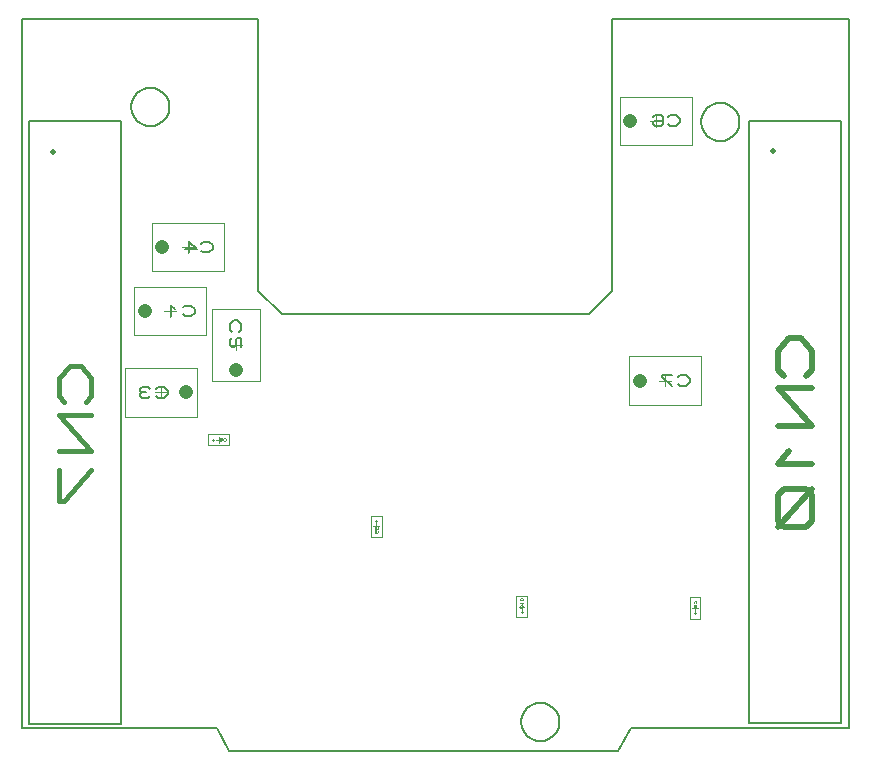
<source format=gbr>
G04 PROTEUS GERBER X2 FILE*
%TF.GenerationSoftware,Labcenter,Proteus,8.12-SP2-Build31155*%
%TF.CreationDate,2022-12-03T19:28:30+00:00*%
%TF.FileFunction,AssemblyDrawing,Bot*%
%TF.FilePolarity,Positive*%
%TF.Part,Single*%
%TF.SameCoordinates,{ab386329-c5d6-4b76-aca3-cb6d5b16447b}*%
%FSLAX45Y45*%
%MOMM*%
G01*
%TA.AperFunction,Profile*%
%ADD20C,0.203200*%
%TA.AperFunction,Material*%
%ADD26C,0.203200*%
%ADD27C,0.508000*%
%ADD59C,0.461430*%
%ADD60C,0.473190*%
%ADD56C,0.050000*%
%ADD61C,0.243840*%
%ADD62C,0.034990*%
%ADD63C,1.165860*%
%ADD64C,0.147960*%
%TD.AperFunction*%
D20*
X+0Y+0D02*
X+1650000Y+0D01*
X+7000000Y+0D02*
X+7000000Y+6000000D01*
X+5000000Y+6000000D01*
X+5000000Y+3700000D01*
X+4800000Y+3500000D01*
X+2200000Y+3500000D01*
X+2000000Y+3700000D02*
X+2000000Y+6000000D01*
X+0Y+6000000D01*
X+0Y+0D01*
X+2000000Y+3700000D02*
X+2200000Y+3500000D01*
X+5160000Y+0D02*
X+7000000Y+0D01*
X+1750000Y-200000D02*
X+5050000Y-200000D01*
X+1650000Y+0D02*
X+1750000Y-200000D01*
X+5160000Y+0D02*
X+5050000Y-200000D01*
X+4550045Y+50000D02*
X+4549508Y+63142D01*
X+4545144Y+89427D01*
X+4536029Y+115712D01*
X+4521182Y+141997D01*
X+4498470Y+168118D01*
X+4472185Y+187898D01*
X+4445900Y+200658D01*
X+4419615Y+208108D01*
X+4393330Y+210987D01*
X+4389000Y+211045D01*
X+4227955Y+50000D02*
X+4228492Y+63142D01*
X+4232856Y+89427D01*
X+4241971Y+115712D01*
X+4256818Y+141997D01*
X+4279530Y+168118D01*
X+4305815Y+187898D01*
X+4332100Y+200658D01*
X+4358385Y+208108D01*
X+4384670Y+210987D01*
X+4389000Y+211045D01*
X+4227955Y+50000D02*
X+4228492Y+36858D01*
X+4232856Y+10573D01*
X+4241971Y-15712D01*
X+4256818Y-41997D01*
X+4279530Y-68118D01*
X+4305815Y-87898D01*
X+4332100Y-100658D01*
X+4358385Y-108108D01*
X+4384670Y-110987D01*
X+4389000Y-111045D01*
X+4550045Y+50000D02*
X+4549508Y+36858D01*
X+4545144Y+10573D01*
X+4536029Y-15712D01*
X+4521182Y-41997D01*
X+4498470Y-68118D01*
X+4472185Y-87898D01*
X+4445900Y-100658D01*
X+4419615Y-108108D01*
X+4393330Y-110987D01*
X+4389000Y-111045D01*
X+6074045Y+5130000D02*
X+6073508Y+5143142D01*
X+6069144Y+5169427D01*
X+6060029Y+5195712D01*
X+6045182Y+5221997D01*
X+6022470Y+5248118D01*
X+5996185Y+5267898D01*
X+5969900Y+5280658D01*
X+5943615Y+5288108D01*
X+5917330Y+5290987D01*
X+5913000Y+5291045D01*
X+5751955Y+5130000D02*
X+5752492Y+5143142D01*
X+5756856Y+5169427D01*
X+5765971Y+5195712D01*
X+5780818Y+5221997D01*
X+5803530Y+5248118D01*
X+5829815Y+5267898D01*
X+5856100Y+5280658D01*
X+5882385Y+5288108D01*
X+5908670Y+5290987D01*
X+5913000Y+5291045D01*
X+5751955Y+5130000D02*
X+5752492Y+5116858D01*
X+5756856Y+5090573D01*
X+5765971Y+5064288D01*
X+5780818Y+5038003D01*
X+5803530Y+5011882D01*
X+5829815Y+4992102D01*
X+5856100Y+4979342D01*
X+5882385Y+4971892D01*
X+5908670Y+4969013D01*
X+5913000Y+4968955D01*
X+6074045Y+5130000D02*
X+6073508Y+5116858D01*
X+6069144Y+5090573D01*
X+6060029Y+5064288D01*
X+6045182Y+5038003D01*
X+6022470Y+5011882D01*
X+5996185Y+4992102D01*
X+5969900Y+4979342D01*
X+5943615Y+4971892D01*
X+5917330Y+4969013D01*
X+5913000Y+4968955D01*
X+1248045Y+5257000D02*
X+1247508Y+5270142D01*
X+1243144Y+5296427D01*
X+1234029Y+5322712D01*
X+1219182Y+5348997D01*
X+1196470Y+5375118D01*
X+1170185Y+5394898D01*
X+1143900Y+5407658D01*
X+1117615Y+5415108D01*
X+1091330Y+5417987D01*
X+1087000Y+5418045D01*
X+925955Y+5257000D02*
X+926492Y+5270142D01*
X+930856Y+5296427D01*
X+939971Y+5322712D01*
X+954818Y+5348997D01*
X+977530Y+5375118D01*
X+1003815Y+5394898D01*
X+1030100Y+5407658D01*
X+1056385Y+5415108D01*
X+1082670Y+5417987D01*
X+1087000Y+5418045D01*
X+925955Y+5257000D02*
X+926492Y+5243858D01*
X+930856Y+5217573D01*
X+939971Y+5191288D01*
X+954818Y+5165003D01*
X+977530Y+5138882D01*
X+1003815Y+5119102D01*
X+1030100Y+5106342D01*
X+1056385Y+5098892D01*
X+1082670Y+5096013D01*
X+1087000Y+5095955D01*
X+1248045Y+5257000D02*
X+1247508Y+5243858D01*
X+1243144Y+5217573D01*
X+1234029Y+5191288D01*
X+1219182Y+5165003D01*
X+1196470Y+5138882D01*
X+1170185Y+5119102D01*
X+1143900Y+5106342D01*
X+1117615Y+5098892D01*
X+1091330Y+5096013D01*
X+1087000Y+5095955D01*
D26*
X+59840Y+35840D02*
X+840160Y+35840D01*
X+840160Y+5136160D01*
X+59840Y+5136160D01*
X+59840Y+35840D01*
D27*
X+260000Y+4876000D02*
X+260000Y+4876000D01*
D59*
X+542288Y+2754691D02*
X+588432Y+2806603D01*
X+588432Y+2962339D01*
X+496144Y+3066162D01*
X+403856Y+3066162D01*
X+311568Y+2962339D01*
X+311568Y+2806603D01*
X+357712Y+2754691D01*
X+588432Y+2650867D02*
X+311568Y+2650867D01*
X+588432Y+2339396D01*
X+311568Y+2339396D01*
X+311568Y+2183661D02*
X+311568Y+1924101D01*
X+357712Y+1924101D01*
X+588432Y+2183661D01*
D26*
X+6155840Y+39840D02*
X+6936160Y+39840D01*
X+6936160Y+5140160D01*
X+6155840Y+5140160D01*
X+6155840Y+39840D01*
D27*
X+6356000Y+4880000D02*
X+6356000Y+4880000D01*
D60*
X+6640640Y+2979569D02*
X+6687960Y+3032804D01*
X+6687960Y+3192509D01*
X+6593320Y+3298978D01*
X+6498680Y+3298978D01*
X+6404040Y+3192509D01*
X+6404040Y+3032804D01*
X+6451360Y+2979569D01*
X+6687960Y+2873099D02*
X+6404040Y+2873099D01*
X+6687960Y+2553690D01*
X+6404040Y+2553690D01*
X+6498680Y+2340751D02*
X+6404040Y+2234281D01*
X+6687960Y+2234281D01*
X+6640640Y+2021341D02*
X+6451360Y+2021341D01*
X+6404040Y+1968107D01*
X+6404040Y+1755167D01*
X+6451360Y+1701932D01*
X+6640640Y+1701932D01*
X+6687960Y+1755167D01*
X+6687960Y+1968107D01*
X+6640640Y+2021341D01*
X+6687960Y+2021341D02*
X+6404040Y+1701932D01*
D56*
X+3045000Y+1795000D02*
X+3045000Y+1615000D01*
X+2955000Y+1615000D01*
X+2955000Y+1795000D01*
X+3045000Y+1795000D01*
X+2975000Y+1705000D02*
X+3025000Y+1705000D01*
X+3000000Y+1680000D02*
X+3000000Y+1730000D01*
D61*
X+3000000Y+1750000D02*
X+3000000Y+1750000D01*
D62*
X+3007000Y+1683028D02*
X+3010499Y+1686965D01*
X+3010499Y+1698776D01*
X+3003500Y+1706650D01*
X+2996501Y+1706650D01*
X+2989502Y+1698776D01*
X+2989502Y+1686965D01*
X+2993001Y+1683028D01*
X+2996501Y+1651532D02*
X+3000000Y+1655469D01*
X+3000000Y+1667280D01*
X+2996501Y+1671217D01*
X+2993001Y+1671217D01*
X+2989502Y+1667280D01*
X+2989502Y+1655469D01*
X+2993001Y+1651532D01*
X+3007000Y+1651532D01*
X+3010499Y+1655469D01*
X+3010499Y+1667280D01*
D56*
X+1100000Y+4275000D02*
X+1710000Y+4275000D01*
X+1710000Y+3865000D01*
X+1100000Y+3865000D01*
X+1100000Y+4275000D01*
X+1405000Y+4020000D02*
X+1405000Y+4120000D01*
X+1455000Y+4070000D02*
X+1355000Y+4070000D01*
D63*
X+1190000Y+4070000D02*
X+1190000Y+4070000D01*
D64*
X+1513688Y+4040407D02*
X+1530333Y+4025611D01*
X+1580270Y+4025611D01*
X+1613561Y+4055203D01*
X+1613561Y+4084796D01*
X+1580270Y+4114388D01*
X+1530333Y+4114388D01*
X+1513688Y+4099592D01*
X+1380523Y+4055203D02*
X+1480396Y+4055203D01*
X+1413814Y+4114388D01*
X+1413814Y+4025611D01*
D56*
X+5060000Y+5345000D02*
X+5670000Y+5345000D01*
X+5670000Y+4935000D01*
X+5060000Y+4935000D01*
X+5060000Y+5345000D01*
X+5365000Y+5090000D02*
X+5365000Y+5190000D01*
X+5415000Y+5140000D02*
X+5315000Y+5140000D01*
D63*
X+5150000Y+5140000D02*
X+5150000Y+5140000D01*
D64*
X+5473688Y+5110407D02*
X+5490333Y+5095611D01*
X+5540270Y+5095611D01*
X+5573561Y+5125203D01*
X+5573561Y+5154796D01*
X+5540270Y+5184388D01*
X+5490333Y+5184388D01*
X+5473688Y+5169592D01*
X+5340523Y+5169592D02*
X+5357168Y+5184388D01*
X+5407105Y+5184388D01*
X+5423751Y+5169592D01*
X+5423751Y+5110407D01*
X+5407105Y+5095611D01*
X+5357168Y+5095611D01*
X+5340523Y+5110407D01*
X+5340523Y+5125203D01*
X+5357168Y+5140000D01*
X+5423751Y+5140000D01*
D56*
X+5140000Y+3145000D02*
X+5750000Y+3145000D01*
X+5750000Y+2735000D01*
X+5140000Y+2735000D01*
X+5140000Y+3145000D01*
X+5445000Y+2890000D02*
X+5445000Y+2990000D01*
X+5495000Y+2940000D02*
X+5395000Y+2940000D01*
D63*
X+5230000Y+2940000D02*
X+5230000Y+2940000D01*
D64*
X+5553688Y+2910407D02*
X+5570333Y+2895611D01*
X+5620270Y+2895611D01*
X+5653561Y+2925203D01*
X+5653561Y+2954796D01*
X+5620270Y+2984388D01*
X+5570333Y+2984388D01*
X+5553688Y+2969592D01*
X+5503751Y+2984388D02*
X+5420523Y+2984388D01*
X+5420523Y+2969592D01*
X+5503751Y+2895611D01*
D56*
X+5655000Y+925000D02*
X+5655000Y+1105000D01*
X+5745000Y+1105000D01*
X+5745000Y+925000D01*
X+5655000Y+925000D01*
X+5725000Y+1015000D02*
X+5675000Y+1015000D01*
X+5700000Y+1040000D02*
X+5700000Y+990000D01*
D61*
X+5700000Y+970000D02*
X+5700000Y+970000D01*
D62*
X+5707000Y+1052720D02*
X+5710499Y+1056657D01*
X+5710499Y+1068468D01*
X+5703500Y+1076342D01*
X+5696501Y+1076342D01*
X+5689502Y+1068468D01*
X+5689502Y+1056657D01*
X+5693001Y+1052720D01*
X+5700000Y+1036972D02*
X+5696501Y+1040909D01*
X+5693001Y+1040909D01*
X+5689502Y+1036972D01*
X+5689502Y+1025161D01*
X+5693001Y+1021224D01*
X+5696501Y+1021224D01*
X+5700000Y+1025161D01*
X+5700000Y+1036972D01*
X+5703500Y+1040909D01*
X+5707000Y+1040909D01*
X+5710499Y+1036972D01*
X+5710499Y+1025161D01*
X+5707000Y+1021224D01*
X+5703500Y+1021224D01*
X+5700000Y+1025161D01*
D56*
X+4185000Y+935000D02*
X+4185000Y+1115000D01*
X+4275000Y+1115000D01*
X+4275000Y+935000D01*
X+4185000Y+935000D01*
X+4255000Y+1025000D02*
X+4205000Y+1025000D01*
X+4230000Y+1050000D02*
X+4230000Y+1000000D01*
D61*
X+4230000Y+980000D02*
X+4230000Y+980000D01*
D62*
X+4237000Y+1078468D02*
X+4240499Y+1082405D01*
X+4240499Y+1094216D01*
X+4233500Y+1102090D01*
X+4226501Y+1102090D01*
X+4219502Y+1094216D01*
X+4219502Y+1082405D01*
X+4223001Y+1078468D01*
X+4226501Y+1062720D02*
X+4219502Y+1054846D01*
X+4240499Y+1054846D01*
X+4237000Y+1039098D02*
X+4223001Y+1039098D01*
X+4219502Y+1035161D01*
X+4219502Y+1019413D01*
X+4223001Y+1015476D01*
X+4237000Y+1015476D01*
X+4240499Y+1019413D01*
X+4240499Y+1035161D01*
X+4237000Y+1039098D01*
X+4240499Y+1039098D02*
X+4219502Y+1015476D01*
D56*
X+950000Y+3735000D02*
X+1560000Y+3735000D01*
X+1560000Y+3325000D01*
X+950000Y+3325000D01*
X+950000Y+3735000D01*
X+1255000Y+3480000D02*
X+1255000Y+3580000D01*
X+1305000Y+3530000D02*
X+1205000Y+3530000D01*
D63*
X+1040000Y+3530000D02*
X+1040000Y+3530000D01*
D64*
X+1363688Y+3500407D02*
X+1380333Y+3485611D01*
X+1430270Y+3485611D01*
X+1463561Y+3515203D01*
X+1463561Y+3544796D01*
X+1430270Y+3574388D01*
X+1380333Y+3574388D01*
X+1363688Y+3559592D01*
X+1297105Y+3544796D02*
X+1263814Y+3574388D01*
X+1263814Y+3485611D01*
D56*
X+1605000Y+2940000D02*
X+1605000Y+3550000D01*
X+2015000Y+3550000D01*
X+2015000Y+2940000D01*
X+1605000Y+2940000D01*
X+1860000Y+3245000D02*
X+1760000Y+3245000D01*
X+1810000Y+3295000D02*
X+1810000Y+3195000D01*
D63*
X+1810000Y+3030000D02*
X+1810000Y+3030000D01*
D64*
X+1839593Y+3353688D02*
X+1854389Y+3370333D01*
X+1854389Y+3420270D01*
X+1824797Y+3453561D01*
X+1795204Y+3453561D01*
X+1765612Y+3420270D01*
X+1765612Y+3370333D01*
X+1780408Y+3353688D01*
X+1780408Y+3303751D02*
X+1765612Y+3287105D01*
X+1765612Y+3237168D01*
X+1780408Y+3220523D01*
X+1795204Y+3220523D01*
X+1810000Y+3237168D01*
X+1810000Y+3287105D01*
X+1824797Y+3303751D01*
X+1854389Y+3303751D01*
X+1854389Y+3220523D01*
D56*
X+1480000Y+2635000D02*
X+870000Y+2635000D01*
X+870000Y+3045000D01*
X+1480000Y+3045000D01*
X+1480000Y+2635000D01*
X+1175000Y+2890000D02*
X+1175000Y+2790000D01*
X+1125000Y+2840000D02*
X+1225000Y+2840000D01*
D63*
X+1390000Y+2840000D02*
X+1390000Y+2840000D01*
D64*
X+1132896Y+2810407D02*
X+1149541Y+2795611D01*
X+1199478Y+2795611D01*
X+1232769Y+2825203D01*
X+1232769Y+2854796D01*
X+1199478Y+2884388D01*
X+1149541Y+2884388D01*
X+1132896Y+2869592D01*
X+1082959Y+2869592D02*
X+1066313Y+2884388D01*
X+1016376Y+2884388D01*
X+999731Y+2869592D01*
X+999731Y+2854796D01*
X+1016376Y+2840000D01*
X+999731Y+2825203D01*
X+999731Y+2810407D01*
X+1016376Y+2795611D01*
X+1066313Y+2795611D01*
X+1082959Y+2810407D01*
X+1049668Y+2840000D02*
X+1016376Y+2840000D01*
D56*
X+1575000Y+2485000D02*
X+1755000Y+2485000D01*
X+1755000Y+2395000D01*
X+1575000Y+2395000D01*
X+1575000Y+2485000D01*
X+1665000Y+2415000D02*
X+1665000Y+2465000D01*
X+1690000Y+2440000D02*
X+1640000Y+2440000D01*
D61*
X+1620000Y+2440000D02*
X+1620000Y+2440000D01*
D62*
X+1702720Y+2433000D02*
X+1706657Y+2429501D01*
X+1718468Y+2429501D01*
X+1726342Y+2436500D01*
X+1726342Y+2443499D01*
X+1718468Y+2450498D01*
X+1706657Y+2450498D01*
X+1702720Y+2446999D01*
X+1671224Y+2450498D02*
X+1690909Y+2450498D01*
X+1690909Y+2443499D01*
X+1675161Y+2443499D01*
X+1671224Y+2440000D01*
X+1671224Y+2433000D01*
X+1675161Y+2429501D01*
X+1686972Y+2429501D01*
X+1690909Y+2433000D01*
M02*

</source>
